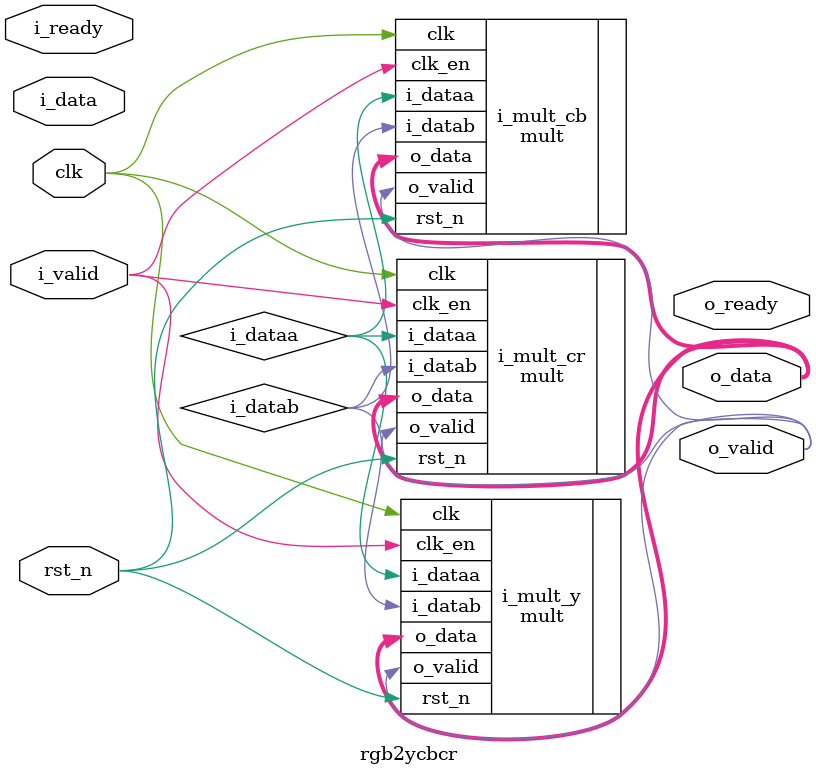
<source format=v>
/*
    ------------------------------------------------------------------------------
    -- The MIT License (MIT)
    --
    -- Copyright (c) <2020> Allavi Ali
    --
    -- Permission is hereby granted, free of charge, to any person obtaining a copy
    -- of this software and associated documentation files (the "Software"), to deal
    -- in the Software without restriction, including without limitation the rights
    -- to use, copy, modify, merge, publish, distribute, sublicense, and/or sell
    -- copies of the Software, and to permit persons to whom the Software is
    -- furnished to do so, subject to the following conditions:
    --
    -- The above copyright notice and this permission notice shall be included in
    -- all copies or substantial portions of the Software.
    --
    -- THE SOFTWARE IS PROVIDED "AS IS", WITHOUT WARRANTY OF ANY KIND, EXPRESS OR
    -- IMPLIED, INCLUDING BUT NOT LIMITED TO THE WARRANTIES OF MERCHANTABILITY,
    -- FITNESS FOR A PARTICULAR PURPOSE AND NONINFRINGEMENT. IN NO EVENT SHALL THE
    -- AUTHORS OR COPYRIGHT HOLDERS BE LIABLE FOR ANY CLAIM, DAMAGES OR OTHER
    -- LIABILITY, WHETHER IN AN ACTION OF CONTRACT, TORT OR OTHERWISE, ARISING FROM,
    -- OUT OF OR IN CONNECTION WITH THE SOFTWARE OR THE USE OR OTHER DEALINGS IN
    -- THE SOFTWARE.
    -------------------------------------------------------------------------------
    Project     : CLAHE / (Altera Cyclone V)
    Author      : Allavi Ali
    Description : Converts 16b RGB frames to 8b YCbCr frames. 
                  
*/

module rgb2ycbcr (
    input         clk    , // Clock 50Hz
    input         rst_n  , // Asynchronous reset active low
    input  [15:0] i_data ,
    input         i_valid,
    output        o_ready,
    output [23:0] o_data ,
    output        o_valid,
    input         i_ready
);


wire [4:0] r;
wire [5:0] g;
wire [4:0] b;

wire [13:0] y;
wire [13:0] cb;
wire [13:0] cr;


mult i_mult_y (
    .clk    (clk    ),
    .clk_en (i_valid),
    .rst_n  (rst_n  ),
    .i_dataa(i_dataa),
    .i_datab(i_datab),
    .o_data (o_data ),
    .o_valid(o_valid)
);

mult i_mult_cb (
    .clk    (clk    ),
    .clk_en (i_valid),
    .rst_n  (rst_n  ),
    .i_dataa(i_dataa),
    .i_datab(i_datab),
    .o_data (o_data ),
    .o_valid(o_valid)
);

mult i_mult_cr (
    .clk    (clk    ),
    .clk_en (i_valid),
    .rst_n  (rst_n  ),
    .i_dataa(i_dataa),
    .i_datab(i_datab),
    .o_data (o_data ),
    .o_valid(o_valid)
);

endmodule
</source>
